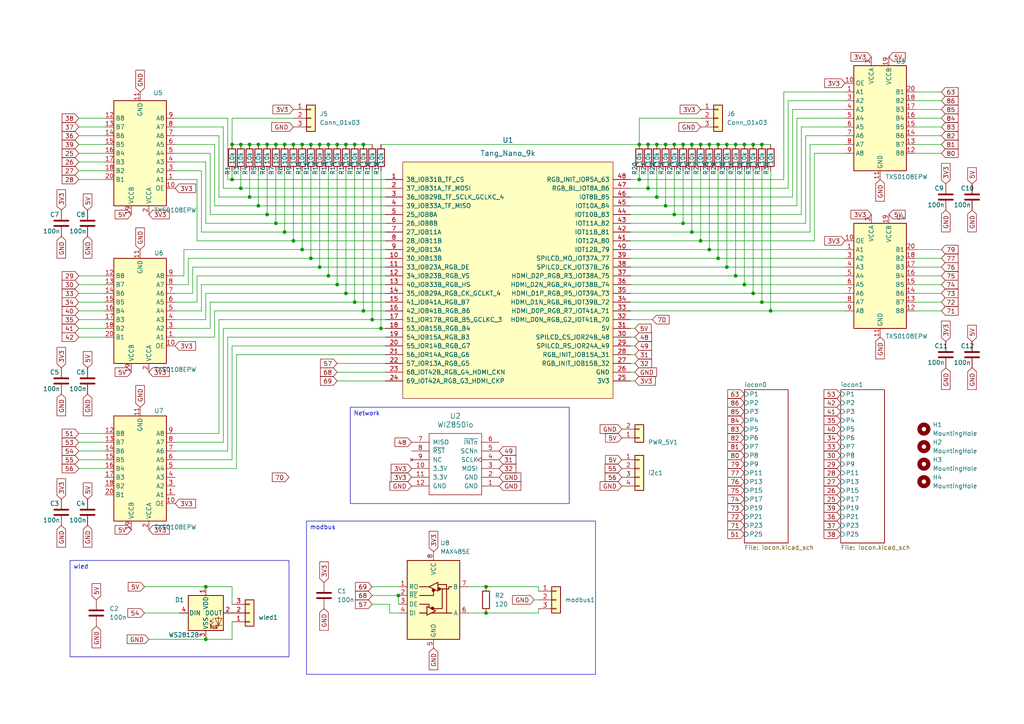
<source format=kicad_sch>
(kicad_sch (version 20231120) (generator "eeschema") (generator_version "8.0")
  (paper "A4")
  (junction (at 205.74 41.91))
  (junction (at 198.12 41.91))
  (junction (at 115.57 172.72))
  (junction (at 218.44 41.91))
  (junction (at 187.96 41.91))
  (junction (at 74.93 41.91))
  (junction (at 220.98 87.63))
  (junction (at 97.79 82.55))
  (junction (at 100.33 41.91))
  (junction (at 82.55 41.91))
  (junction (at 140.97 170.18))
  (junction (at 107.95 92.71))
  (junction (at 193.04 41.91))
  (junction (at 195.58 41.91))
  (junction (at 195.58 62.23))
  (junction (at 210.82 41.91))
  (junction (at 74.93 59.69))
  (junction (at 97.79 41.91))
  (junction (at 82.55 67.31))
  (junction (at 218.44 85.09))
  (junction (at 77.47 62.23))
  (junction (at 105.41 90.17))
  (junction (at 67.31 52.07))
  (junction (at 80.01 64.77))
  (junction (at 87.63 72.39))
  (junction (at 200.66 67.31))
  (junction (at 185.42 41.91))
  (junction (at 80.01 41.91))
  (junction (at 77.47 41.91))
  (junction (at 208.28 74.93))
  (junction (at 213.36 80.01))
  (junction (at 100.33 85.09))
  (junction (at 140.97 177.8))
  (junction (at 213.36 41.91))
  (junction (at 198.12 64.77))
  (junction (at 90.17 74.93))
  (junction (at 208.28 41.91))
  (junction (at 59.69 170.18))
  (junction (at 203.2 41.91))
  (junction (at 72.39 57.15))
  (junction (at 200.66 41.91))
  (junction (at 223.52 90.17))
  (junction (at 87.63 41.91))
  (junction (at 220.98 41.91))
  (junction (at 105.41 41.91))
  (junction (at 102.87 87.63))
  (junction (at 205.74 72.39))
  (junction (at 187.96 54.61))
  (junction (at 210.82 77.47))
  (junction (at 72.39 41.91))
  (junction (at 95.25 41.91))
  (junction (at 190.5 57.15))
  (junction (at 67.31 41.91))
  (junction (at 92.71 41.91))
  (junction (at 59.69 185.42))
  (junction (at 102.87 41.91))
  (junction (at 203.2 69.85))
  (junction (at 185.42 52.07))
  (junction (at 92.71 77.47))
  (junction (at 190.5 41.91))
  (junction (at 90.17 41.91))
  (junction (at 69.85 54.61))
  (junction (at 193.04 59.69))
  (junction (at 85.09 69.85))
  (junction (at 215.9 41.91))
  (junction (at 110.49 95.25))
  (junction (at 85.09 41.91))
  (junction (at 95.25 80.01))
  (junction (at 69.85 41.91))
  (junction (at 215.9 82.55))
  (wire (pts (xy 245.11 26.67) (xy 227.33 26.67)))
  (wire (pts (xy 77.47 41.91) (xy 80.01 41.91)))
  (wire (pts (xy 90.17 74.93) (xy 111.76 74.93)))
  (wire (pts (xy 156.21 170.18) (xy 156.21 171.45)))
  (wire (pts (xy 265.43 41.91) (xy 273.05 41.91)))
  (wire (pts (xy 60.96 44.45) (xy 60.96 62.23)))
  (wire (pts (xy 184.15 95.25) (xy 182.88 95.25)))
  (wire (pts (xy 72.39 49.53) (xy 72.39 57.15)))
  (wire (pts (xy 95.25 41.91) (xy 97.79 41.91)))
  (wire (pts (xy 50.8 92.71) (xy 59.69 92.71)))
  (wire (pts (xy 50.8 46.99) (xy 59.69 46.99)))
  (wire (pts (xy 210.82 41.91) (xy 213.36 41.91)))
  (wire (pts (xy 97.79 82.55) (xy 111.76 82.55)))
  (wire (pts (xy 208.28 74.93) (xy 245.11 74.93)))
  (wire (pts (xy 43.18 185.42) (xy 59.69 185.42)))
  (wire (pts (xy 67.31 170.18) (xy 67.31 175.26)))
  (wire (pts (xy 110.49 41.91) (xy 185.42 41.91)))
  (wire (pts (xy 22.86 36.83) (xy 30.48 36.83)))
  (wire (pts (xy 67.31 52.07) (xy 111.76 52.07)))
  (wire (pts (xy 195.58 62.23) (xy 232.41 62.23)))
  (wire (pts (xy 50.8 44.45) (xy 60.96 44.45)))
  (wire (pts (xy 52.07 177.8) (xy 41.91 177.8)))
  (wire (pts (xy 63.5 57.15) (xy 72.39 57.15)))
  (wire (pts (xy 140.97 177.8) (xy 156.21 177.8)))
  (wire (pts (xy 228.6 29.21) (xy 228.6 54.61)))
  (wire (pts (xy 72.39 41.91) (xy 74.93 41.91)))
  (wire (pts (xy 64.77 95.25) (xy 64.77 128.27)))
  (wire (pts (xy 200.66 41.91) (xy 203.2 41.91)))
  (wire (pts (xy 22.86 34.29) (xy 30.48 34.29)))
  (wire (pts (xy 82.55 41.91) (xy 85.09 41.91)))
  (wire (pts (xy 265.43 26.67) (xy 273.05 26.67)))
  (wire (pts (xy 245.11 39.37) (xy 233.68 39.37)))
  (wire (pts (xy 187.96 41.91) (xy 190.5 41.91)))
  (wire (pts (xy 22.86 97.79) (xy 30.48 97.79)))
  (wire (pts (xy 245.11 29.21) (xy 228.6 29.21)))
  (wire (pts (xy 265.43 72.39) (xy 273.05 72.39)))
  (wire (pts (xy 66.04 52.07) (xy 67.31 52.07)))
  (wire (pts (xy 50.8 130.81) (xy 66.04 130.81)))
  (wire (pts (xy 210.82 49.53) (xy 210.82 77.47)))
  (wire (pts (xy 102.87 49.53) (xy 102.87 87.63)))
  (wire (pts (xy 190.5 41.91) (xy 193.04 41.91)))
  (wire (pts (xy 22.86 44.45) (xy 30.48 44.45)))
  (wire (pts (xy 198.12 49.53) (xy 198.12 64.77)))
  (wire (pts (xy 50.8 82.55) (xy 54.61 82.55)))
  (wire (pts (xy 245.11 41.91) (xy 234.95 41.91)))
  (wire (pts (xy 265.43 29.21) (xy 273.05 29.21)))
  (wire (pts (xy 185.42 49.53) (xy 185.42 52.07)))
  (wire (pts (xy 80.01 41.91) (xy 82.55 41.91)))
  (wire (pts (xy 182.88 74.93) (xy 208.28 74.93)))
  (wire (pts (xy 215.9 49.53) (xy 215.9 82.55)))
  (wire (pts (xy 50.8 125.73) (xy 63.5 125.73)))
  (wire (pts (xy 140.97 170.18) (xy 156.21 170.18)))
  (wire (pts (xy 22.86 49.53) (xy 30.48 49.53)))
  (wire (pts (xy 62.23 97.79) (xy 62.23 90.17)))
  (wire (pts (xy 184.15 100.33) (xy 182.88 100.33)))
  (wire (pts (xy 100.33 41.91) (xy 102.87 41.91)))
  (wire (pts (xy 67.31 180.34) (xy 67.31 185.42)))
  (wire (pts (xy 210.82 77.47) (xy 245.11 77.47)))
  (wire (pts (xy 223.52 49.53) (xy 223.52 90.17)))
  (wire (pts (xy 58.42 49.53) (xy 58.42 67.31)))
  (wire (pts (xy 234.95 41.91) (xy 234.95 67.31)))
  (wire (pts (xy 156.21 176.53) (xy 156.21 177.8)))
  (wire (pts (xy 265.43 82.55) (xy 273.05 82.55)))
  (wire (pts (xy 203.2 49.53) (xy 203.2 69.85)))
  (wire (pts (xy 80.01 49.53) (xy 80.01 64.77)))
  (wire (pts (xy 97.79 105.41) (xy 111.76 105.41)))
  (wire (pts (xy 22.86 41.91) (xy 30.48 41.91)))
  (wire (pts (xy 54.61 74.93) (xy 90.17 74.93)))
  (wire (pts (xy 54.61 82.55) (xy 54.61 74.93)))
  (wire (pts (xy 182.88 82.55) (xy 215.9 82.55)))
  (wire (pts (xy 67.31 49.53) (xy 67.31 52.07)))
  (wire (pts (xy 85.09 41.91) (xy 87.63 41.91)))
  (wire (pts (xy 66.04 34.29) (xy 66.04 52.07)))
  (wire (pts (xy 55.88 77.47) (xy 92.71 77.47)))
  (wire (pts (xy 105.41 41.91) (xy 107.95 41.91)))
  (wire (pts (xy 97.79 41.91) (xy 100.33 41.91)))
  (wire (pts (xy 50.8 52.07) (xy 57.15 52.07)))
  (wire (pts (xy 105.41 49.53) (xy 105.41 90.17)))
  (wire (pts (xy 67.31 34.29) (xy 67.31 41.91)))
  (wire (pts (xy 229.87 31.75) (xy 229.87 57.15)))
  (wire (pts (xy 58.42 90.17) (xy 58.42 82.55)))
  (wire (pts (xy 265.43 34.29) (xy 273.05 34.29)))
  (wire (pts (xy 182.88 52.07) (xy 185.42 52.07)))
  (wire (pts (xy 218.44 41.91) (xy 220.98 41.91)))
  (wire (pts (xy 203.2 34.29) (xy 185.42 34.29)))
  (wire (pts (xy 111.76 102.87) (xy 68.58 102.87)))
  (wire (pts (xy 213.36 80.01) (xy 245.11 80.01)))
  (wire (pts (xy 63.5 92.71) (xy 107.95 92.71)))
  (wire (pts (xy 57.15 87.63) (xy 57.15 80.01)))
  (wire (pts (xy 265.43 85.09) (xy 273.05 85.09)))
  (wire (pts (xy 58.42 67.31) (xy 82.55 67.31)))
  (wire (pts (xy 265.43 80.01) (xy 273.05 80.01)))
  (wire (pts (xy 67.31 100.33) (xy 111.76 100.33)))
  (wire (pts (xy 193.04 49.53) (xy 193.04 59.69)))
  (wire (pts (xy 22.86 125.73) (xy 30.48 125.73)))
  (wire (pts (xy 265.43 74.93) (xy 273.05 74.93)))
  (wire (pts (xy 236.22 44.45) (xy 236.22 69.85)))
  (wire (pts (xy 203.2 69.85) (xy 236.22 69.85)))
  (wire (pts (xy 64.77 36.83) (xy 64.77 54.61)))
  (wire (pts (xy 220.98 41.91) (xy 223.52 41.91)))
  (wire (pts (xy 200.66 67.31) (xy 234.95 67.31)))
  (wire (pts (xy 50.8 87.63) (xy 57.15 87.63)))
  (wire (pts (xy 198.12 64.77) (xy 233.68 64.77)))
  (wire (pts (xy 22.86 46.99) (xy 30.48 46.99)))
  (wire (pts (xy 215.9 82.55) (xy 245.11 82.55)))
  (wire (pts (xy 245.11 36.83) (xy 232.41 36.83)))
  (wire (pts (xy 182.88 69.85) (xy 203.2 69.85)))
  (wire (pts (xy 68.58 135.89) (xy 50.8 135.89)))
  (wire (pts (xy 22.86 130.81) (xy 30.48 130.81)))
  (wire (pts (xy 55.88 85.09) (xy 55.88 77.47)))
  (wire (pts (xy 107.95 49.53) (xy 107.95 92.71)))
  (wire (pts (xy 69.85 41.91) (xy 72.39 41.91)))
  (wire (pts (xy 53.34 72.39) (xy 87.63 72.39)))
  (wire (pts (xy 22.86 92.71) (xy 30.48 92.71)))
  (wire (pts (xy 195.58 41.91) (xy 198.12 41.91)))
  (wire (pts (xy 82.55 67.31) (xy 111.76 67.31)))
  (wire (pts (xy 100.33 85.09) (xy 111.76 85.09)))
  (wire (pts (xy 182.88 110.49) (xy 184.15 110.49)))
  (wire (pts (xy 22.86 39.37) (xy 30.48 39.37)))
  (wire (pts (xy 205.74 72.39) (xy 245.11 72.39)))
  (wire (pts (xy 95.25 80.01) (xy 111.76 80.01)))
  (wire (pts (xy 22.86 82.55) (xy 30.48 82.55)))
  (wire (pts (xy 245.11 34.29) (xy 231.14 34.29)))
  (wire (pts (xy 182.88 67.31) (xy 200.66 67.31)))
  (wire (pts (xy 22.86 52.07) (xy 30.48 52.07)))
  (wire (pts (xy 208.28 41.91) (xy 210.82 41.91)))
  (wire (pts (xy 182.88 62.23) (xy 195.58 62.23)))
  (wire (pts (xy 190.5 49.53) (xy 190.5 57.15)))
  (wire (pts (xy 182.88 64.77) (xy 198.12 64.77)))
  (wire (pts (xy 227.33 26.67) (xy 227.33 52.07)))
  (wire (pts (xy 213.36 49.53) (xy 213.36 80.01)))
  (wire (pts (xy 185.42 34.29) (xy 185.42 41.91)))
  (wire (pts (xy 22.86 87.63) (xy 30.48 87.63)))
  (wire (pts (xy 215.9 41.91) (xy 218.44 41.91)))
  (wire (pts (xy 107.95 170.18) (xy 115.57 170.18)))
  (wire (pts (xy 184.15 97.79) (xy 182.88 97.79)))
  (wire (pts (xy 67.31 185.42) (xy 59.69 185.42)))
  (wire (pts (xy 50.8 41.91) (xy 62.23 41.91)))
  (wire (pts (xy 57.15 80.01) (xy 95.25 80.01)))
  (wire (pts (xy 182.88 54.61) (xy 187.96 54.61)))
  (wire (pts (xy 193.04 41.91) (xy 195.58 41.91)))
  (wire (pts (xy 85.09 34.29) (xy 67.31 34.29)))
  (wire (pts (xy 59.69 92.71) (xy 59.69 85.09)))
  (wire (pts (xy 185.42 41.91) (xy 187.96 41.91)))
  (wire (pts (xy 22.86 85.09) (xy 30.48 85.09)))
  (wire (pts (xy 184.15 105.41) (xy 182.88 105.41)))
  (wire (pts (xy 156.21 173.99) (xy 154.94 173.99)))
  (wire (pts (xy 77.47 49.53) (xy 77.47 62.23)))
  (wire (pts (xy 100.33 49.53) (xy 100.33 85.09)))
  (wire (pts (xy 22.86 133.35) (xy 30.48 133.35)))
  (wire (pts (xy 50.8 85.09) (xy 55.88 85.09)))
  (wire (pts (xy 92.71 77.47) (xy 111.76 77.47)))
  (wire (pts (xy 97.79 49.53) (xy 97.79 82.55)))
  (wire (pts (xy 265.43 87.63) (xy 273.05 87.63)))
  (wire (pts (xy 22.86 135.89) (xy 30.48 135.89)))
  (wire (pts (xy 67.31 41.91) (xy 69.85 41.91)))
  (wire (pts (xy 64.77 54.61) (xy 69.85 54.61)))
  (wire (pts (xy 220.98 49.53) (xy 220.98 87.63)))
  (wire (pts (xy 53.34 80.01) (xy 53.34 72.39)))
  (wire (pts (xy 110.49 49.53) (xy 110.49 95.25)))
  (wire (pts (xy 87.63 72.39) (xy 111.76 72.39)))
  (wire (pts (xy 22.86 128.27) (xy 30.48 128.27)))
  (wire (pts (xy 68.58 102.87) (xy 68.58 135.89)))
  (wire (pts (xy 187.96 49.53) (xy 187.96 54.61)))
  (wire (pts (xy 50.8 80.01) (xy 53.34 80.01)))
  (wire (pts (xy 82.55 49.53) (xy 82.55 67.31)))
  (wire (pts (xy 22.86 90.17) (xy 30.48 90.17)))
  (wire (pts (xy 187.96 54.61) (xy 228.6 54.61)))
  (wire (pts (xy 182.88 59.69) (xy 193.04 59.69)))
  (wire (pts (xy 90.17 49.53) (xy 90.17 74.93)))
  (wire (pts (xy 60.96 62.23) (xy 77.47 62.23)))
  (wire (pts (xy 85.09 69.85) (xy 111.76 69.85)))
  (wire (pts (xy 74.93 49.53) (xy 74.93 59.69)))
  (wire (pts (xy 115.57 172.72) (xy 115.57 175.26)))
  (wire (pts (xy 92.71 49.53) (xy 92.71 77.47)))
  (wire (pts (xy 60.96 95.25) (xy 60.96 87.63)))
  (wire (pts (xy 57.15 69.85) (xy 85.09 69.85)))
  (wire (pts (xy 74.93 59.69) (xy 111.76 59.69)))
  (wire (pts (xy 107.95 92.71) (xy 111.76 92.71)))
  (wire (pts (xy 87.63 41.91) (xy 90.17 41.91)))
  (wire (pts (xy 218.44 85.09) (xy 245.11 85.09)))
  (wire (pts (xy 102.87 41.91) (xy 105.41 41.91)))
  (wire (pts (xy 200.66 49.53) (xy 200.66 67.31)))
  (wire (pts (xy 62.23 41.91) (xy 62.23 59.69)))
  (wire (pts (xy 63.5 92.71) (xy 63.5 125.73)))
  (wire (pts (xy 184.15 102.87) (xy 182.88 102.87)))
  (wire (pts (xy 185.42 52.07) (xy 227.33 52.07)))
  (wire (pts (xy 50.8 36.83) (xy 64.77 36.83)))
  (wire (pts (xy 77.47 62.23) (xy 111.76 62.23)))
  (wire (pts (xy 105.41 90.17) (xy 111.76 90.17)))
  (wire (pts (xy 182.88 90.17) (xy 223.52 90.17)))
  (wire (pts (xy 184.15 107.95) (xy 182.88 107.95)))
  (wire (pts (xy 190.5 57.15) (xy 229.87 57.15)))
  (wire (pts (xy 218.44 49.53) (xy 218.44 85.09)))
  (wire (pts (xy 107.95 172.72) (xy 115.57 172.72)))
  (wire (pts (xy 74.93 41.91) (xy 77.47 41.91)))
  (wire (pts (xy 193.04 59.69) (xy 231.14 59.69)))
  (wire (pts (xy 95.25 49.53) (xy 95.25 80.01)))
  (wire (pts (xy 198.12 41.91) (xy 200.66 41.91)))
  (wire (pts (xy 50.8 97.79) (xy 62.23 97.79)))
  (wire (pts (xy 102.87 87.63) (xy 111.76 87.63)))
  (wire (pts (xy 66.04 97.79) (xy 111.76 97.79)))
  (wire (pts (xy 72.39 57.15) (xy 111.76 57.15)))
  (wire (pts (xy 182.88 57.15) (xy 190.5 57.15)))
  (wire (pts (xy 69.85 49.53) (xy 69.85 54.61)))
  (wire (pts (xy 265.43 36.83) (xy 273.05 36.83)))
  (wire (pts (xy 59.69 46.99) (xy 59.69 64.77)))
  (wire (pts (xy 59.69 170.18) (xy 67.31 170.18)))
  (wire (pts (xy 22.86 95.25) (xy 30.48 95.25)))
  (wire (pts (xy 232.41 36.83) (xy 232.41 62.23)))
  (wire (pts (xy 67.31 100.33) (xy 67.31 133.35)))
  (wire (pts (xy 135.89 170.18) (xy 140.97 170.18)))
  (wire (pts (xy 66.04 97.79) (xy 66.04 130.81)))
  (wire (pts (xy 63.5 39.37) (xy 63.5 57.15)))
  (wire (pts (xy 80.01 64.77) (xy 111.76 64.77)))
  (wire (pts (xy 22.86 80.01) (xy 30.48 80.01)))
  (wire (pts (xy 231.14 34.29) (xy 231.14 59.69)))
  (wire (pts (xy 223.52 90.17) (xy 245.11 90.17)))
  (wire (pts (xy 69.85 54.61) (xy 111.76 54.61)))
  (wire (pts (xy 245.11 31.75) (xy 229.87 31.75)))
  (wire (pts (xy 97.79 110.49) (xy 111.76 110.49)))
  (wire (pts (xy 195.58 49.53) (xy 195.58 62.23)))
  (wire (pts (xy 41.91 170.18) (xy 59.69 170.18)))
  (wire (pts (xy 265.43 90.17) (xy 273.05 90.17)))
  (wire (pts (xy 213.36 41.91) (xy 215.9 41.91)))
  (wire (pts (xy 273.05 44.45) (xy 265.43 44.45)))
  (wire (pts (xy 233.68 39.37) (xy 233.68 64.77)))
  (wire (pts (xy 50.8 49.53) (xy 58.42 49.53)))
  (wire (pts (xy 113.03 177.8) (xy 113.03 175.26)))
  (wire (pts (xy 50.8 95.25) (xy 60.96 95.25)))
  (wire (pts (xy 87.63 49.53) (xy 87.63 72.39)))
  (wire (pts (xy 64.77 95.25) (xy 110.49 95.25)))
  (wire (pts (xy 245.11 44.45) (xy 236.22 44.45)))
  (wire (pts (xy 265.43 77.47) (xy 273.05 77.47)))
  (wire (pts (xy 182.88 72.39) (xy 205.74 72.39)))
  (wire (pts (xy 58.42 82.55) (xy 97.79 82.55)))
  (wire (pts (xy 110.49 95.25) (xy 111.76 95.25)))
  (wire (pts (xy 90.17 41.91) (xy 92.71 41.91)))
  (wire (pts (xy 57.15 52.07) (xy 57.15 69.85)))
  (wire (pts (xy 50.8 39.37) (xy 63.5 39.37)))
  (wire (pts (xy 265.43 39.37) (xy 273.05 39.37)))
  (wire (pts (xy 203.2 41.91) (xy 205.74 41.91)))
  (wire (pts (xy 62.23 90.17) (xy 105.41 90.17)))
  (wire (pts (xy 208.28 49.53) (xy 208.28 74.93)))
  (wire (pts (xy 64.77 128.27) (xy 50.8 128.27)))
  (wire (pts (xy 115.57 177.8) (xy 113.03 177.8)))
  (wire (pts (xy 59.69 85.09) (xy 100.33 85.09)))
  (wire (pts (xy 182.88 80.01) (xy 213.36 80.01)))
  (wire (pts (xy 182.88 77.47) (xy 210.82 77.47)))
  (wire (pts (xy 182.88 85.09) (xy 218.44 85.09)))
  (wire (pts (xy 62.23 59.69) (xy 74.93 59.69)))
  (wire (pts (xy 50.8 90.17) (xy 58.42 90.17)))
  (wire (pts (xy 60.96 87.63) (xy 102.87 87.63)))
  (wire (pts (xy 205.74 49.53) (xy 205.74 72.39)))
  (wire (pts (xy 97.79 107.95) (xy 111.76 107.95)))
  (wire (pts (xy 265.43 31.75) (xy 273.05 31.75)))
  (wire (pts (xy 67.31 133.35) (xy 50.8 133.35)))
  (wire (pts (xy 107.95 175.26) (xy 113.03 175.26)))
  (wire (pts (xy 50.8 34.29) (xy 66.04 34.29)))
  (wire (pts (xy 85.09 49.53) (xy 85.09 69.85)))
  (wire (pts (xy 189.23 92.71) (xy 182.88 92.71)))
  (wire (pts (xy 182.88 87.63) (xy 220.98 87.63)))
  (wire (pts (xy 92.71 41.91) (xy 95.25 41.91)))
  (wire (pts (xy 205.74 41.91) (xy 208.28 41.91)))
  (wire (pts (xy 135.89 177.8) (xy 140.97 177.8)))
  (wire (pts (xy 59.69 64.77) (xy 80.01 64.77)))
  (wire (pts (xy 220.98 87.63) (xy 245.11 87.63)))
  (text_box "modbus" (at 88.9 151.13 0) (size 83.82 44.45) (effects (font (size 1.27 1.27)) (justify left top)))
  (text_box "wled" (at 20.32 162.56 0) (size 63.5 27.94) (effects (font (size 1.27 1.27)) (justify left top)))
  (text_box "Network" (at 101.6 118.11 0) (size 63.5 27.94) (effects (font (size 1.27 1.27)) (justify left top)))
  (global_label "3V3" (shape input) (at 50.8 54.61 0) (property "Intersheetrefs" "${INTERSHEET_REFS}" (effects (hide yes))))
  (global_label "51" (shape input) (at 215.9 154.94 180) (property "Intersheetrefs" "${INTERSHEET_REFS}" (effects (hide yes))))
  (global_label "34" (shape input) (at 243.84 127 180) (property "Intersheetrefs" "${INTERSHEET_REFS}" (effects (hide yes))))
  (global_label "42" (shape input) (at 243.84 116.84 180) (property "Intersheetrefs" "${INTERSHEET_REFS}" (effects (hide yes))))
  (global_label "56" (shape input) (at 180.34 138.43 180) (property "Intersheetrefs" "${INTERSHEET_REFS}" (effects (hide yes))))
  (global_label "29" (shape input) (at 243.84 134.62 180) (property "Intersheetrefs" "${INTERSHEET_REFS}" (effects (hide yes))))
  (global_label "3V3" (shape input) (at 17.78 106.68 90) (property "Intersheetrefs" "${INTERSHEET_REFS}" (effects (hide yes))))
  (global_label "GND" (shape input) (at 184.15 107.95 0) (property "Intersheetrefs" "${INTERSHEET_REFS}" (effects (hide yes))))
  (global_label "3V3" (shape input) (at 43.18 62.23 0) (property "Intersheetrefs" "${INTERSHEET_REFS}" (effects (hide yes))))
  (global_label "3V3" (shape input) (at 17.78 144.78 90) (property "Intersheetrefs" "${INTERSHEET_REFS}" (effects (hide yes))))
  (global_label "GND" (shape input) (at 85.09 36.83 180) (property "Intersheetrefs" "${INTERSHEET_REFS}" (effects (hide yes))))
  (global_label "3V3" (shape input) (at 252.73 62.23 180) (property "Intersheetrefs" "${INTERSHEET_REFS}" (effects (hide yes))))
  (global_label "GND" (shape input) (at 17.78 68.58 270) (property "Intersheetrefs" "${INTERSHEET_REFS}" (effects (hide yes))))
  (global_label "74" (shape input) (at 215.9 144.78 180) (property "Intersheetrefs" "${INTERSHEET_REFS}" (effects (hide yes))))
  (global_label "33" (shape input) (at 243.84 129.54 180) (property "Intersheetrefs" "${INTERSHEET_REFS}" (effects (hide yes))))
  (global_label "82" (shape input) (at 215.9 127 180) (property "Intersheetrefs" "${INTERSHEET_REFS}" (effects (hide yes))))
  (global_label "74" (shape input) (at 273.05 82.55 0) (property "Intersheetrefs" "${INTERSHEET_REFS}" (effects (hide yes))))
  (global_label "37" (shape input) (at 22.86 36.83 180) (property "Intersheetrefs" "${INTERSHEET_REFS}" (effects (hide yes))))
  (global_label "70" (shape input) (at 83.82 138.43 180) (property "Intersheetrefs" "${INTERSHEET_REFS}" (effects (hide yes))))
  (global_label "69" (shape input) (at 107.95 170.18 180) (property "Intersheetrefs" "${INTERSHEET_REFS}" (effects (hide yes))))
  (global_label "3V3" (shape input) (at 125.73 160.02 90) (property "Intersheetrefs" "${INTERSHEET_REFS}" (effects (hide yes))))
  (global_label "71" (shape input) (at 215.9 152.4 180) (property "Intersheetrefs" "${INTERSHEET_REFS}" (effects (hide yes))))
  (global_label "5V" (shape input) (at 41.91 170.18 180) (property "Intersheetrefs" "${INTERSHEET_REFS}" (effects (hide yes))))
  (global_label "37" (shape input) (at 243.84 152.4 180) (property "Intersheetrefs" "${INTERSHEET_REFS}" (effects (hide yes))))
  (global_label "82" (shape input) (at 273.05 39.37 0) (property "Intersheetrefs" "${INTERSHEET_REFS}" (effects (hide yes))))
  (global_label "3V3" (shape input) (at 119.38 138.43 180) (property "Intersheetrefs" "${INTERSHEET_REFS}" (effects (hide yes))))
  (global_label "41" (shape input) (at 22.86 95.25 180) (property "Intersheetrefs" "${INTERSHEET_REFS}" (effects (hide yes))))
  (global_label "3V3" (shape input) (at 43.18 153.67 0) (property "Intersheetrefs" "${INTERSHEET_REFS}" (effects (hide yes))))
  (global_label "29" (shape input) (at 22.86 80.01 180) (property "Intersheetrefs" "${INTERSHEET_REFS}" (effects (hide yes))))
  (global_label "57" (shape input) (at 107.95 175.26 180) (property "Intersheetrefs" "${INTERSHEET_REFS}" (effects (hide yes))))
  (global_label "39" (shape input) (at 22.86 41.91 180) (property "Intersheetrefs" "${INTERSHEET_REFS}" (effects (hide yes))))
  (global_label "GND" (shape input) (at 40.64 72.39 90) (property "Intersheetrefs" "${INTERSHEET_REFS}" (effects (hide yes))))
  (global_label "3V3" (shape input) (at 93.98 168.91 90) (property "Intersheetrefs" "${INTERSHEET_REFS}" (effects (hide yes))))
  (global_label "GND" (shape input) (at 154.94 173.99 180) (property "Intersheetrefs" "${INTERSHEET_REFS}" (effects (hide yes))))
  (global_label "84" (shape input) (at 273.05 34.29 0) (property "Intersheetrefs" "${INTERSHEET_REFS}" (effects (hide yes))))
  (global_label "83" (shape input) (at 215.9 124.46 180) (property "Intersheetrefs" "${INTERSHEET_REFS}" (effects (hide yes))))
  (global_label "49" (shape input) (at 184.15 100.33 0) (property "Intersheetrefs" "${INTERSHEET_REFS}" (effects (hide yes))))
  (global_label "28" (shape input) (at 22.86 52.07 180) (property "Intersheetrefs" "${INTERSHEET_REFS}" (effects (hide yes))))
  (global_label "69" (shape input) (at 97.79 110.49 180) (property "Intersheetrefs" "${INTERSHEET_REFS}" (effects (hide yes))))
  (global_label "27" (shape input) (at 243.84 139.7 180) (property "Intersheetrefs" "${INTERSHEET_REFS}" (effects (hide yes))))
  (global_label "51" (shape input) (at 22.86 125.73 180) (property "Intersheetrefs" "${INTERSHEET_REFS}" (effects (hide yes))))
  (global_label "79" (shape input) (at 273.05 72.39 0) (property "Intersheetrefs" "${INTERSHEET_REFS}" (effects (hide yes))))
  (global_label "GND" (shape input) (at 40.64 118.11 90) (property "Intersheetrefs" "${INTERSHEET_REFS}" (effects (hide yes))))
  (global_label "40" (shape input) (at 22.86 90.17 180) (property "Intersheetrefs" "${INTERSHEET_REFS}" (effects (hide yes))))
  (global_label "3V3" (shape input) (at 50.8 146.05 0) (property "Intersheetrefs" "${INTERSHEET_REFS}" (effects (hide yes))))
  (global_label "85" (shape input) (at 215.9 119.38 180) (property "Intersheetrefs" "${INTERSHEET_REFS}" (effects (hide yes))))
  (global_label "27" (shape input) (at 22.86 49.53 180) (property "Intersheetrefs" "${INTERSHEET_REFS}" (effects (hide yes))))
  (global_label "28" (shape input) (at 243.84 137.16 180) (property "Intersheetrefs" "${INTERSHEET_REFS}" (effects (hide yes))))
  (global_label "35" (shape input) (at 22.86 92.71 180) (property "Intersheetrefs" "${INTERSHEET_REFS}" (effects (hide yes))))
  (global_label "68" (shape input) (at 97.79 107.95 180) (property "Intersheetrefs" "${INTERSHEET_REFS}" (effects (hide yes))))
  (global_label "84" (shape input) (at 215.9 121.92 180) (property "Intersheetrefs" "${INTERSHEET_REFS}" (effects (hide yes))))
  (global_label "54" (shape input) (at 41.91 177.8 180) (property "Intersheetrefs" "${INTERSHEET_REFS}" (effects (hide yes))))
  (global_label "26" (shape input) (at 243.84 142.24 180) (property "Intersheetrefs" "${INTERSHEET_REFS}" (effects (hide yes))))
  (global_label "3V3" (shape input) (at 252.73 16.51 180) (property "Intersheetrefs" "${INTERSHEET_REFS}" (effects (hide yes))))
  (global_label "3V3" (shape input) (at 274.32 99.06 90) (property "Intersheetrefs" "${INTERSHEET_REFS}" (effects (hide yes))))
  (global_label "73" (shape input) (at 215.9 147.32 180) (property "Intersheetrefs" "${INTERSHEET_REFS}" (effects (hide yes))))
  (global_label "GND" (shape input) (at 255.27 52.07 270) (property "Intersheetrefs" "${INTERSHEET_REFS}" (effects (hide yes))))
  (global_label "68" (shape input) (at 107.95 172.72 180) (property "Intersheetrefs" "${INTERSHEET_REFS}" (effects (hide yes))))
  (global_label "56" (shape input) (at 22.86 135.89 180) (property "Intersheetrefs" "${INTERSHEET_REFS}" (effects (hide yes))))
  (global_label "3V3" (shape input) (at 43.18 107.95 0) (property "Intersheetrefs" "${INTERSHEET_REFS}" (effects (hide yes))))
  (global_label "86" (shape input) (at 273.05 29.21 0) (property "Intersheetrefs" "${INTERSHEET_REFS}" (effects (hide yes))))
  (global_label "5V" (shape input) (at 184.15 95.25 0) (property "Intersheetrefs" "${INTERSHEET_REFS}" (effects (hide yes))))
  (global_label "5V" (shape input) (at 38.1 62.23 180) (property "Intersheetrefs" "${INTERSHEET_REFS}" (effects (hide yes))))
  (global_label "3V3" (shape input) (at 274.32 53.34 90) (property "Intersheetrefs" "${INTERSHEET_REFS}" (effects (hide yes))))
  (global_label "32" (shape input) (at 184.15 105.41 0) (property "Intersheetrefs" "${INTERSHEET_REFS}" (effects (hide yes))))
  (global_label "5V" (shape input) (at 281.94 53.34 90) (property "Intersheetrefs" "${INTERSHEET_REFS}" (effects (hide yes))))
  (global_label "38" (shape input) (at 243.84 154.94 180) (property "Intersheetrefs" "${INTERSHEET_REFS}" (effects (hide yes))))
  (global_label "GND" (shape input) (at 180.34 124.46 180) (property "Intersheetrefs" "${INTERSHEET_REFS}" (effects (hide yes))))
  (global_label "39" (shape input) (at 243.84 147.32 180) (property "Intersheetrefs" "${INTERSHEET_REFS}" (effects (hide yes))))
  (global_label "36" (shape input) (at 22.86 39.37 180) (property "Intersheetrefs" "${INTERSHEET_REFS}" (effects (hide yes))))
  (global_label "GND" (shape input) (at 125.73 187.96 270) (property "Intersheetrefs" "${INTERSHEET_REFS}" (effects (hide yes))))
  (global_label "34" (shape input) (at 22.86 87.63 180) (property "Intersheetrefs" "${INTERSHEET_REFS}" (effects (hide yes))))
  (global_label "48" (shape input) (at 184.15 97.79 0) (property "Intersheetrefs" "${INTERSHEET_REFS}" (effects (hide yes))))
  (global_label "77" (shape input) (at 273.05 74.93 0) (property "Intersheetrefs" "${INTERSHEET_REFS}" (effects (hide yes))))
  (global_label "3V3" (shape input) (at 17.78 60.96 90) (property "Intersheetrefs" "${INTERSHEET_REFS}" (effects (hide yes))))
  (global_label "GND" (shape input) (at 281.94 60.96 270) (property "Intersheetrefs" "${INTERSHEET_REFS}" (effects (hide yes))))
  (global_label "53" (shape input) (at 22.86 128.27 180) (property "Intersheetrefs" "${INTERSHEET_REFS}" (effects (hide yes))))
  (global_label "42" (shape input) (at 22.86 97.79 180) (property "Intersheetrefs" "${INTERSHEET_REFS}" (effects (hide yes))))
  (global_label "38" (shape input) (at 22.86 34.29 180) (property "Intersheetrefs" "${INTERSHEET_REFS}" (effects (hide yes))))
  (global_label "GND" (shape input) (at 93.98 176.53 270) (property "Intersheetrefs" "${INTERSHEET_REFS}" (effects (hide yes))))
  (global_label "83" (shape input) (at 273.05 36.83 0) (property "Intersheetrefs" "${INTERSHEET_REFS}" (effects (hide yes))))
  (global_label "GND" (shape input) (at 25.4 68.58 270) (property "Intersheetrefs" "${INTERSHEET_REFS}" (effects (hide yes))))
  (global_label "63" (shape input) (at 273.05 26.67 0) (property "Intersheetrefs" "${INTERSHEET_REFS}" (effects (hide yes))))
  (global_label "76" (shape input) (at 215.9 139.7 180) (property "Intersheetrefs" "${INTERSHEET_REFS}" (effects (hide yes))))
  (global_label "79" (shape input) (at 215.9 134.62 180) (property "Intersheetrefs" "${INTERSHEET_REFS}" (effects (hide yes))))
  (global_label "5V" (shape input) (at 257.81 62.23 0) (property "Intersheetrefs" "${INTERSHEET_REFS}" (effects (hide yes))))
  (global_label "5V" (shape input) (at 281.94 99.06 90) (property "Intersheetrefs" "${INTERSHEET_REFS}" (effects (hide yes))))
  (global_label "5V" (shape input) (at 180.34 133.35 180) (property "Intersheetrefs" "${INTERSHEET_REFS}" (effects (hide yes))))
  (global_label "86" (shape input) (at 215.9 116.84 180) (property "Intersheetrefs" "${INTERSHEET_REFS}" (effects (hide yes))))
  (global_label "73" (shape input) (at 273.05 85.09 0) (property "Intersheetrefs" "${INTERSHEET_REFS}" (effects (hide yes))))
  (global_label "81" (shape input) (at 215.9 129.54 180) (property "Intersheetrefs" "${INTERSHEET_REFS}" (effects (hide yes))))
  (global_label "71" (shape input) (at 273.05 90.17 0) (property "Intersheetrefs" "${INTERSHEET_REFS}" (effects (hide yes))))
  (global_label "25" (shape input) (at 243.84 144.78 180) (property "Intersheetrefs" "${INTERSHEET_REFS}" (effects (hide yes))))
  (global_label "54" (shape input) (at 22.86 130.81 180) (property "Intersheetrefs" "${INTERSHEET_REFS}" (effects (hide yes))))
  (global_label "GND" (shape input) (at 180.34 140.97 180) (property "Intersheetrefs" "${INTERSHEET_REFS}" (effects (hide yes))))
  (global_label "36" (shape input) (at 243.84 149.86 180) (property "Intersheetrefs" "${INTERSHEET_REFS}" (effects (hide yes))))
  (global_label "31" (shape input) (at 184.15 102.87 0) (property "Intersheetrefs" "${INTERSHEET_REFS}" (effects (hide yes))))
  (global_label "3V3" (shape input) (at 203.2 31.75 180) (property "Intersheetrefs" "${INTERSHEET_REFS}" (effects (hide yes))))
  (global_label "5V" (shape input) (at 27.94 173.99 90) (property "Intersheetrefs" "${INTERSHEET_REFS}" (effects (hide yes))))
  (global_label "72" (shape input) (at 273.05 87.63 0) (property "Intersheetrefs" "${INTERSHEET_REFS}" (effects (hide yes))))
  (global_label "55" (shape input) (at 22.86 133.35 180) (property "Intersheetrefs" "${INTERSHEET_REFS}" (effects (hide yes))))
  (global_label "GND" (shape input) (at 144.78 138.43 0) (property "Intersheetrefs" "${INTERSHEET_REFS}" (effects (hide yes))))
  (global_label "GND" (shape input) (at 40.64 26.67 90) (property "Intersheetrefs" "${INTERSHEET_REFS}" (effects (hide yes))))
  (global_label "76" (shape input) (at 273.05 77.47 0) (property "Intersheetrefs" "${INTERSHEET_REFS}" (effects (hide yes))))
  (global_label "5V" (shape input) (at 38.1 107.95 180) (property "Intersheetrefs" "${INTERSHEET_REFS}" (effects (hide yes))))
  (global_label "55" (shape input) (at 180.34 135.89 180) (property "Intersheetrefs" "${INTERSHEET_REFS}" (effects (hide yes))))
  (global_label "57" (shape input) (at 97.79 105.41 180) (property "Intersheetrefs" "${INTERSHEET_REFS}" (effects (hide yes))))
  (global_label "77" (shape input) (at 215.9 137.16 180) (property "Intersheetrefs" "${INTERSHEET_REFS}" (effects (hide yes))))
  (global_label "3V3" (shape input) (at 119.38 135.89 180) (property "Intersheetrefs" "${INTERSHEET_REFS}" (effects (hide yes))))
  (global_label "41" (shape input) (at 243.84 119.38 180) (property "Intersheetrefs" "${INTERSHEET_REFS}" (effects (hide yes))))
  (global_label "85" (shape input) (at 273.05 31.75 0) (property "Intersheetrefs" "${INTERSHEET_REFS}" (effects (hide yes))))
  (global_label "3V3" (shape input) (at 245.11 24.13 180) (property "Intersheetrefs" "${INTERSHEET_REFS}" (effects (hide yes))))
  (global_label "70" (shape input) (at 189.23 92.71 0) (property "Intersheetrefs" "${INTERSHEET_REFS}" (effects (hide yes))))
  (global_label "GND" (shape input) (at 43.18 185.42 180) (property "Intersheetrefs" "${INTERSHEET_REFS}" (effects (hide yes))))
  (global_label "25" (shape input) (at 22.86 44.45 180) (property "Intersheetrefs" "${INTERSHEET_REFS}" (effects (hide yes))))
  (global_label "GND" (shape input) (at 281.94 106.68 270) (property "Intersheetrefs" "${INTERSHEET_REFS}" (effects (hide yes))))
  (global_label "3V3" (shape input) (at 184.15 110.49 0) (property "Intersheetrefs" "${INTERSHEET_REFS}" (effects (hide yes))))
  (global_label "80" (shape input) (at 273.05 44.45 0) (property "Intersheetrefs" "${INTERSHEET_REFS}" (effects (hide yes))))
  (global_label "5V" (shape input) (at 25.4 144.78 90) (property "Intersheetrefs" "${INTERSHEET_REFS}" (effects (hide yes))))
  (global_label "75" (shape input) (at 273.05 80.01 0) (property "Intersheetrefs" "${INTERSHEET_REFS}" (effects (hide yes))))
  (global_label "5V" (shape input) (at 180.34 127 180) (property "Intersheetrefs" "${INTERSHEET_REFS}" (effects (hide yes))))
  (global_label "53" (shape input) (at 243.84 114.3 180) (property "Intersheetrefs" "${INTERSHEET_REFS}" (effects (hide yes))))
  (global_label "GND" (shape input) (at 274.32 106.68 270) (property "Intersheetrefs" "${INTERSHEET_REFS}" (effects (hide yes))))
  (global_label "26" (shape input) (at 22.86 46.99 180) (property "Intersheetrefs" "${INTERSHEET_REFS}" (effects (hide yes))))
  (global_label "80" (shape input) (at 215.9 132.08 180) (property "Intersheetrefs" "${INTERSHEET_REFS}" (effects (hide yes))))
  (global_label "72" (shape input) (at 215.9 149.86 180) (property "Intersheetrefs" "${INTERSHEET_REFS}" (effects (hide yes))))
  (global_label "GND" (shape input) (at 25.4 152.4 270) (property "Intersheetrefs" "${INTERSHEET_REFS}" (effects (hide yes))))
  (global_label "GND" (shape input) (at 274.32 60.96 270) (property "Intersheetrefs" "${INTERSHEET_REFS}" (effects (hide yes))))
  (global_label "3V3" (shape input) (at 50.8 100.33 0) (property "Intersheetrefs" "${INTERSHEET_REFS}" (effects (hide yes))))
  (global_label "3V3" (shape input) (at 85.09 31.75 180) (property "Intersheetrefs" "${INTERSHEET_REFS}" (effects (hide yes))))
  (global_label "30" (shape input) (at 243.84 132.08 180) (property "Intersheetrefs" "${INTERSHEET_REFS}" (effects (hide yes))))
  (global_label "5V" (shape input) (at 25.4 60.96 90) (property "Intersheetrefs" "${INTERSHEET_REFS}" (effects (hide yes))))
  (global_label "GND" (shape input) (at 203.2 36.83 180) (property "Intersheetrefs" "${INTERSHEET_REFS}" (effects (hide yes))))
  (global_label "81" (shape input) (at 273.05 41.91 0) (property "Intersheetrefs" "${INTERSHEET_REFS}" (effects (hide yes))))
  (global_label "5V" (shape input) (at 38.1 153.67 180) (property "Intersheetrefs" "${INTERSHEET_REFS}" (effects (hide yes))))
  (global_label "GND" (shape input) (at 119.38 140.97 180) (property "Intersheetrefs" "${INTERSHEET_REFS}" (effects (hide yes))))
  (global_label "35" (shape input) (at 243.84 121.92 180) (property "Intersheetrefs" "${INTERSHEET_REFS}" (effects (hide yes))))
  (global_label "GND" (shape input) (at 25.4 114.3 270) (property "Intersheetrefs" "${INTERSHEET_REFS}" (effects (hide yes))))
  (global_label "31" (shape input) (at 144.78 133.35 0) (property "Intersheetrefs" "${INTERSHEET_REFS}" (effects (hide yes))))
  (global_label "63" (shape input) (at 215.9 114.3 180) (property "Intersheetrefs" "${INTERSHEET_REFS}" (effects (hide yes))))
  (global_label "GND" (shape input) (at 27.94 181.61 270) (property "Intersheetrefs" "${INTERSHEET_REFS}" (effects (hide yes))))
  (global_label "40" (shape input) (at 243.84 124.46 180) (property "Intersheetrefs" "${INTERSHEET_REFS}" (effects (hide yes))))
  (global_label "48" (shape input) (at 119.38 128.27 180) (property "Intersheetrefs" "${INTERSHEET_REFS}" (effects (hide yes))))
  (global_label "75" (shape input) (at 215.9 142.24 180) (property "Intersheetrefs" "${INTERSHEET_REFS}" (effects (hide yes))))
  (global_label "5V" (shape input) (at 257.81 16.51 0) (property "Intersheetrefs" "${INTERSHEET_REFS}" (effects (hide yes))))
  (global_label "30" (shape input) (at 22.86 82.55 180) (property "Intersheetrefs" "${INTERSHEET_REFS}" (effects (hide yes))))
  (global_label "33" (shape input) (at 22.86 85.09 180) (property "Intersheetrefs" "${INTERSHEET_REFS}" (effects (hide yes))))
  (global_label "3V3" (shape input) (at 245.11 69.85 180) (property "Intersheetrefs" "${INTERSHEET_REFS}" (effects (hide yes))))
  (global_label "GND" (shape input) (at 17.78 152.4 270) (property "Intersheetrefs" "${INTERSHEET_REFS}" (effects (hide yes))))
  (global_label "GND" (shape input) (at 144.78 140.97 0) (property "Intersheetrefs" "${INTERSHEET_REFS}" (effects (hide yes))))
  (global_label "GND" (shape input) (at 17.78 114.3 270) (property "Intersheetrefs" "${INTERSHEET_REFS}" (effects (hide yes))))
  (global_label "5V" (shape input) (at 25.4 106.68 90) (property "Intersheetrefs" "${INTERSHEET_REFS}" (effects (hide yes))))
  (global_label "GND" (shape input) (at 255.27 97.79 270) (property "Intersheetrefs" "${INTERSHEET_REFS}" (effects (hide yes))))
  (global_label "32" (shape input) (at 144.78 135.89 0) (property "Intersheetrefs" "${INTERSHEET_REFS}" (effects (hide yes))))
  (global_label "49" (shape input) (at 144.78 130.81 0) (property "Intersheetrefs" "${INTERSHEET_REFS}" (effects (hide yes))))
  (symbol (lib_id "Connector_Generic:Conn_01x02") (at 185.42 127 0) (mirror x) (unit 1)
    (property "Reference" "PWR_5V1" (at 187.96 128.27 0) (effects (justify left)))
    (property "Value" "Conn_01x03" (effects (hide yes)))
    (property "Footprint" "Connector_JST:JST_XH_B2B-XH-A_1x02_P2.50mm_Vertical" (effects (hide yes)))
    (property "Description" "Generic connector, single row, 01x02, script generated (kicad-library-utils/schlib/autogen/connector/)" (effects (hide yes)))
  )
  (symbol (lib_id "Device:C") (at 93.98 172.72 0) (unit 1)
    (property "Reference" "C1" (at 97.79 171.45 0) (effects (justify left)))
    (property "Value" "100n" (at 97.79 173.99 0) (effects (justify left)))
    (property "Footprint" "Capacitor_SMD:C_1206_3216Metric" (effects (hide yes)))
  )
  (symbol (lib_id "Device:R") (at 220.98 45.72 180) (unit 1)
    (property "Reference" "R34" (at 219.71 50.8 90) (effects (justify right)))
    (property "Value" "10k" (at 220.98 47.752 90) (effects (justify right)))
    (property "Footprint" "Resistor_SMD:R_1206_3216Metric" (effects (hide yes)))
  )
  (symbol (lib_id "Device:R") (at 185.42 45.72 180) (unit 1)
    (property "Reference" "R20" (at 184.15 50.8 90) (effects (justify right)))
    (property "Value" "10k" (at 185.42 47.752 90) (effects (justify right)))
    (property "Footprint" "Resistor_SMD:R_1206_3216Metric" (effects (hide yes)))
  )
  (symbol (lib_id "Device:R") (at 92.71 45.72 180) (unit 1)
    (property "Reference" "R12" (at 91.44 50.8 90) (effects (justify right)))
    (property "Value" "10k" (at 92.71 47.752 90) (effects (justify right)))
    (property "Footprint" "Resistor_SMD:R_1206_3216Metric" (effects (hide yes)))
  )
  (symbol (lib_id "Device:R") (at 74.93 45.72 180) (unit 1)
    (property "Reference" "R5" (at 73.66 50.8 90) (effects (justify right)))
    (property "Value" "10k" (at 74.93 47.752 90) (effects (justify right)))
    (property "Footprint" "Resistor_SMD:R_1206_3216Metric" (effects (hide yes)))
  )
  (symbol (lib_id "Device:C") (at 274.32 57.15 0) (unit 1)
    (property "Reference" "C9" (at 271.018 54.61 0) (effects (justify left)))
    (property "Value" "100n" (at 268.986 59.436 0) (effects (justify left)))
    (property "Footprint" "Capacitor_SMD:C_1206_3216Metric" (effects (hide yes)))
  )
  (symbol (lib_id "Device:R") (at 110.49 45.72 180) (unit 1)
    (property "Reference" "R19" (at 109.22 50.8 90) (effects (justify right)))
    (property "Value" "10k" (at 110.49 47.752 90) (effects (justify right)))
    (property "Footprint" "Resistor_SMD:R_1206_3216Metric" (effects (hide yes)))
  )
  (symbol (lib_id "Mechanical:MountingHole") (at 267.97 134.62 0) (unit 1) (exclude_from_sim yes) (in_bom no)
    (property "Reference" "H3" (at 270.51 133.3499 0) (effects (justify left)))
    (property "Value" "MountingHole" (at 270.51 135.8899 0) (effects (justify left)))
    (property "Footprint" "MountingHole:MountingHole_3.2mm_M3_DIN965" (effects (hide yes)))
    (property "Description" "Mounting Hole without connection" (effects (hide yes)))
  )
  (symbol (lib_id "Connector_Generic:Conn_01x03") (at 161.29 173.99 0) (unit 1)
    (property "Reference" "modbus1" (at 163.83 173.9899 0) (effects (justify left)))
    (property "Value" "Conn_01x03" (effects (hide yes)))
    (property "Footprint" "Connector_JST:JST_XH_B3B-XH-A_1x03_P2.50mm_Vertical" (effects (hide yes)))
  )
  (symbol (lib_id "Device:R") (at 193.04 45.72 180) (unit 1)
    (property "Reference" "R23" (at 191.77 50.8 90) (effects (justify right)))
    (property "Value" "10k" (at 193.04 47.752 90) (effects (justify right)))
    (property "Footprint" "Resistor_SMD:R_1206_3216Metric" (effects (hide yes)))
  )
  (symbol (lib_id "Device:R") (at 85.09 45.72 180) (unit 1)
    (property "Reference" "R9" (at 83.82 50.8 90) (effects (justify right)))
    (property "Value" "10k" (at 85.09 47.752 90) (effects (justify right)))
    (property "Footprint" "Resistor_SMD:R_1206_3216Metric" (effects (hide yes)))
  )
  (symbol (lib_id "Device:R") (at 67.31 45.72 180) (unit 1)
    (property "Reference" "R1" (at 66.04 50.8 90) (effects (justify right)))
    (property "Value" "10k" (at 67.31 47.752 90) (effects (justify right)))
    (property "Footprint" "Resistor_SMD:R_1206_3216Metric" (effects (hide yes)))
  )
  (symbol (lib_id "Device:C") (at 17.78 64.77 0) (unit 1)
    (property "Reference" "C7" (at 14.478 62.23 0) (effects (justify left)))
    (property "Value" "100n" (at 12.446 67.056 0) (effects (justify left)))
    (property "Footprint" "Capacitor_SMD:C_1206_3216Metric" (effects (hide yes)))
  )
  (symbol (lib_id "Device:C") (at 27.94 177.8 0) (unit 1)
    (property "Reference" "C2" (at 31.75 176.53 0) (effects (justify left)))
    (property "Value" "100n" (at 31.75 179.07 0) (effects (justify left)))
    (property "Footprint" "Capacitor_SMD:C_1206_3216Metric" (effects (hide yes)))
  )
  (symbol (lib_id "Device:C") (at 17.78 110.49 0) (unit 1)
    (property "Reference" "C5" (at 14.478 107.95 0) (effects (justify left)))
    (property "Value" "100n" (at 12.446 112.776 0) (effects (justify left)))
    (property "Footprint" "Capacitor_SMD:C_1206_3216Metric" (effects (hide yes)))
  )
  (symbol (lib_id "Mechanical:MountingHole") (at 267.97 139.7 0) (unit 1) (exclude_from_sim yes) (in_bom no)
    (property "Reference" "H4" (at 270.51 138.4299 0) (effects (justify left)))
    (property "Value" "MountingHole" (at 270.51 140.9699 0) (effects (justify left)))
    (property "Footprint" "MountingHole:MountingHole_3.2mm_M3_DIN965" (effects (hide yes)))
    (property "Description" "Mounting Hole without connection" (effects (hide yes)))
  )
  (symbol (lib_id "Device:C") (at 25.4 110.49 0) (unit 1)
    (property "Reference" "C6" (at 22.098 107.95 0) (effects (justify left)))
    (property "Value" "100n" (at 20.066 112.776 0) (effects (justify left)))
    (property "Footprint" "Capacitor_SMD:C_1206_3216Metric" (effects (hide yes)))
  )
  (symbol (lib_id "Device:R") (at 200.66 45.72 180) (unit 1)
    (property "Reference" "R26" (at 199.39 50.8 90) (effects (justify right)))
    (property "Value" "10k" (at 200.66 47.752 90) (effects (justify right)))
    (property "Footprint" "Resistor_SMD:R_1206_3216Metric" (effects (hide yes)))
  )
  (symbol (lib_id "Device:C") (at 17.78 148.59 0) (unit 1)
    (property "Reference" "C3" (at 14.478 146.05 0) (effects (justify left)))
    (property "Value" "100n" (at 12.446 150.876 0) (effects (justify left)))
    (property "Footprint" "Capacitor_SMD:C_1206_3216Metric" (effects (hide yes)))
  )
  (symbol (lib_id "Device:R") (at 198.12 45.72 180) (unit 1)
    (property "Reference" "R25" (at 196.85 50.8 90) (effects (justify right)))
    (property "Value" "10k" (at 198.12 47.752 90) (effects (justify right)))
    (property "Footprint" "Resistor_SMD:R_1206_3216Metric" (effects (hide yes)))
  )
  (symbol (lib_id "Device:R") (at 77.47 45.72 180) (unit 1)
    (property "Reference" "R6" (at 76.2 50.8 90) (effects (justify right)))
    (property "Value" "10k" (at 77.47 47.752 90) (effects (justify right)))
    (property "Footprint" "Resistor_SMD:R_1206_3216Metric" (effects (hide yes)))
  )
  (symbol (lib_id "LED:WS2812B") (at 59.69 177.8 0) (unit 1)
    (property "Reference" "D1" (at 52.07 173.99 0))
    (property "Value" "WS2812B" (at 53.34 184.15 0))
    (property "Footprint" "LED_SMD:LED_WS2812B_PLCC4_5.0x5.0mm_P3.2mm" (effects (hide yes)))
    (property "Datasheet" "https://cdn-shop.adafruit.com/datasheets/WS2812B.pdf" (effects (hide yes)))
  )
  (symbol (lib_id "Device:R") (at 90.17 45.72 180) (unit 1)
    (property "Reference" "R11" (at 88.9 50.8 90) (effects (justify right)))
    (property "Value" "10k" (at 90.17 47.752 90) (effects (justify right)))
    (property "Footprint" "Resistor_SMD:R_1206_3216Metric" (effects (hide yes)))
  )
  (symbol (lib_id "Connector_Generic:Conn_01x03") (at 72.39 177.8 0) (mirror x) (unit 1)
    (property "Reference" "wled1" (at 74.93 179.07 0) (effects (justify left)))
    (property "Value" "Conn_01x03" (effects (hide yes)))
    (property "Footprint" "Connector_JST:JST_XH_B3B-XH-A_1x03_P2.50mm_Vertical" (effects (hide yes)))
  )
  (symbol (lib_id "Device:R") (at 105.41 45.72 180) (unit 1)
    (property "Reference" "R17" (at 104.14 50.8 90) (effects (justify right)))
    (property "Value" "10k" (at 105.41 47.752 90) (effects (justify right)))
    (property "Footprint" "Resistor_SMD:R_1206_3216Metric" (effects (hide yes)))
  )
  (symbol (lib_id "Interface_UART:MAX485E") (at 125.73 172.72 0) (unit 1)
    (property "Reference" "U8" (at 127.6859 157.48 0) (effects (justify left)))
    (property "Value" "MAX485E" (at 127.6859 160.02 0) (effects (justify left)))
    (property "Footprint" "Package_SO:Diodes_SO-8EP" (effects (hide yes)))
    (property "Datasheet" "https://datasheets.maximintegrated.com/en/ds/MAX1487E-MAX491E.pdf" (effects (hide yes)))
  )
  (symbol (lib_id "Device:R") (at 195.58 45.72 180) (unit 1)
    (property "Reference" "R24" (at 194.31 50.8 90) (effects (justify right)))
    (property "Value" "10k" (at 195.58 47.752 90) (effects (justify right)))
    (property "Footprint" "Resistor_SMD:R_1206_3216Metric" (effects (hide yes)))
  )
  (symbol (lib_id "Device:R") (at 223.52 45.72 180) (unit 1)
    (property "Reference" "R35" (at 222.25 50.8 90) (effects (justify right)))
    (property "Value" "10k" (at 223.52 47.752 90) (effects (justify right)))
    (property "Footprint" "Resistor_SMD:R_1206_3216Metric" (effects (hide yes)))
  )
  (symbol (lib_id "Device:R") (at 95.25 45.72 180) (unit 1)
    (property "Reference" "R13" (at 93.98 50.8 90) (effects (justify right)))
    (property "Value" "10k" (at 95.25 47.752 90) (effects (justify right)))
    (property "Footprint" "Resistor_SMD:R_1206_3216Metric" (effects (hide yes)))
  )
  (symbol (lib_id "Connector_Generic:Conn_01x03") (at 90.17 34.29 0) (unit 1)
    (property "Reference" "J5" (at 92.71 33.0199 0) (effects (justify left)))
    (property "Value" "Conn_01x03" (at 92.71 35.5599 0) (effects (justify left)))
    (property "Footprint" "Connector_PinHeader_2.54mm:PinHeader_1x03_P2.54mm_Vertical" (effects (hide yes)))
    (property "Description" "Generic connector, single row, 01x03, script generated (kicad-library-utils/schlib/autogen/connector/)" (effects (hide yes)))
  )
  (symbol (lib_id "Device:R") (at 208.28 45.72 180) (unit 1)
    (property "Reference" "R29" (at 207.01 50.8 90) (effects (justify right)))
    (property "Value" "10k" (at 208.28 47.752 90) (effects (justify right)))
    (property "Footprint" "Resistor_SMD:R_1206_3216Metric" (effects (hide yes)))
  )
  (symbol (lib_id "Device:R") (at 187.96 45.72 180) (unit 1)
    (property "Reference" "R21" (at 186.69 50.8 90) (effects (justify right)))
    (property "Value" "10k" (at 187.96 47.752 90) (effects (justify right)))
    (property "Footprint" "Resistor_SMD:R_1206_3216Metric" (effects (hide yes)))
  )
  (symbol (lib_id "Device:C") (at 274.32 102.87 0) (unit 1)
    (property "Reference" "C11" (at 271.018 100.33 0) (effects (justify left)))
    (property "Value" "100n" (at 268.986 105.156 0) (effects (justify left)))
    (property "Footprint" "Capacitor_SMD:C_1206_3216Metric" (effects (hide yes)))
  )
  (symbol (lib_id "Logic_LevelTranslator:TXS0108EPW") (at 255.27 80.01 0) (unit 1)
    (property "Reference" "U4" (at 259.842 62.992 0) (effects (justify left)))
    (property "Value" "TXS0108EPW" (at 256.794 97.536 0) (effects (justify left)))
    (property "Footprint" "Package_SO:TSSOP-20_4.4x6.5mm_P0.65mm" (effects (hide yes)))
    (property "Datasheet" "www.ti.com/lit/ds/symlink/txs0108e.pdf" (effects (hide yes)))
    (property "Description" "Bidirectional  level-shifting voltage translator, TSSOP-20" (effects (hide yes)))
  )
  (symbol (lib_id "Device:R") (at 205.74 45.72 180) (unit 1)
    (property "Reference" "R28" (at 204.724 50.8 90) (effects (justify right)))
    (property "Value" "10k" (at 205.74 47.752 90) (effects (justify right)))
    (property "Footprint" "Resistor_SMD:R_1206_3216Metric" (effects (hide yes)))
  )
  (symbol (lib_id "Device:R") (at 140.97 173.99 180) (unit 1)
    (property "Reference" "R2" (at 143.51 172.72 0) (effects (justify right)))
    (property "Value" "120" (at 143.51 175.26 0) (effects (justify right)))
    (property "Footprint" "Resistor_SMD:R_1206_3216Metric" (effects (hide yes)))
  )
  (symbol (lib_id "Connector_Generic:Conn_01x03") (at 208.28 34.29 0) (unit 1)
    (property "Reference" "J6" (at 210.82 33.0199 0) (effects (justify left)))
    (property "Value" "Conn_01x03" (at 210.82 35.5599 0) (effects (justify left)))
    (property "Footprint" "Connector_PinHeader_2.54mm:PinHeader_1x03_P2.54mm_Vertical" (effects (hide yes)))
    (property "Description" "Generic connector, single row, 01x03, script generated (kicad-library-utils/schlib/autogen/connector/)" (effects (hide yes)))
  )
  (symbol (lib_id "Device:C") (at 25.4 148.59 0) (unit 1)
    (property "Reference" "C4" (at 22.098 146.05 0) (effects (justify left)))
    (property "Value" "100n" (at 20.066 150.876 0) (effects (justify left)))
    (property "Footprint" "Capacitor_SMD:C_1206_3216Metric" (effects (hide yes)))
  )
  (symbol (lib_id "Device:R") (at 215.9 45.72 180) (unit 1)
    (property "Reference" "R32" (at 214.63 50.8 90) (effects (justify right)))
    (property "Value" "10k" (at 215.9 47.752 90) (effects (justify right)))
    (property "Footprint" "Resistor_SMD:R_1206_3216Metric" (effects (hide yes)))
  )
  (symbol (lib_id "Device:R") (at 100.33 45.72 180) (unit 1)
    (property "Reference" "R15" (at 99.06 50.8 90) (effects (justify right)))
    (property "Value" "10k" (at 100.33 47.752 90) (effects (justify right)))
    (property "Footprint" "Resistor_SMD:R_1206_3216Metric" (effects (hide yes)))
  )
  (symbol (lib_id "Device:R") (at 97.79 45.72 180) (unit 1)
    (property "Reference" "R14" (at 96.52 50.8 90) (effects (justify right)))
    (property "Value" "10k" (at 97.79 47.752 90) (effects (justify right)))
    (property "Footprint" "Resistor_SMD:R_1206_3216Metric" (effects (hide yes)))
  )
  (symbol (lib_id "Logic_LevelTranslator:TXS0108EPW") (at 40.64 44.45 180) (unit 1)
    (property "Reference" "U5" (at 44.45 26.924 0) (effects (justify right)))
    (property "Value" "TXS0108EPW" (at 44.704 60.96 0) (effects (justify right)))
    (property "Footprint" "Package_SO:TSSOP-20_4.4x6.5mm_P0.65mm" (effects (hide yes)))
    (property "Datasheet" "www.ti.com/lit/ds/symlink/txs0108e.pdf" (effects (hide yes)))
    (property "Description" "Bidirectional  level-shifting voltage translator, TSSOP-20" (effects (hide yes)))
  )
  (symbol (lib_id "Device:R") (at 107.95 45.72 180) (unit 1)
    (property "Reference" "R18" (at 106.68 50.8 90) (effects (justify right)))
    (property "Value" "10k" (at 107.95 47.752 90) (effects (justify right)))
    (property "Footprint" "Resistor_SMD:R_1206_3216Metric" (effects (hide yes)))
  )
  (symbol (lib_id "Device:R") (at 213.36 45.72 180) (unit 1)
    (property "Reference" "R31" (at 212.09 50.8 90) (effects (justify right)))
    (property "Value" "10k" (at 213.36 47.752 90) (effects (justify right)))
    (property "Footprint" "Resistor_SMD:R_1206_3216Metric" (effects (hide yes)))
  )
  (symbol (lib_id "Device:R") (at 80.01 45.72 180) (unit 1)
    (property "Reference" "R7" (at 78.74 50.8 90) (effects (justify right)))
    (property "Value" "10k" (at 80.01 47.752 90) (effects (justify right)))
    (property "Footprint" "Resistor_SMD:R_1206_3216Metric" (effects (hide yes)))
  )
  (symbol (lib_id "Mi_libreria:Tang_Nano_9k") (at 147.32 80.01 0) (unit 1)
    (property "Reference" "U1" (at 147.32 40.64 0) (effects (font (size 1.4986 1.4986))))
    (property "Value" "Tang_Nano_9k" (at 147.32 44.45 0) (effects (font (size 1.4986 1.4986))))
    (property "Footprint" "Mis_huellas:Tang_Nano_9k" (effects (hide yes)))
  )
  (symbol (lib_id "Device:R") (at 82.55 45.72 180) (unit 1)
    (property "Reference" "R8" (at 81.28 50.8 90) (effects (justify right)))
    (property "Value" "10k" (at 82.55 47.752 90) (effects (justify right)))
    (property "Footprint" "Resistor_SMD:R_1206_3216Metric" (effects (hide yes)))
  )
  (symbol (lib_id "Device:R") (at 102.87 45.72 180) (unit 1)
    (property "Reference" "R16" (at 101.6 50.8 90) (effects (justify right)))
    (property "Value" "10k" (at 102.87 47.752 90) (effects (justify right)))
    (property "Footprint" "Resistor_SMD:R_1206_3216Metric" (effects (hide yes)))
  )
  (symbol (lib_id "Device:R") (at 87.63 45.72 180) (unit 1)
    (property "Reference" "R10" (at 86.614 50.8 90) (effects (justify right)))
    (property "Value" "10k" (at 87.63 47.752 90) (effects (justify right)))
    (property "Footprint" "Resistor_SMD:R_1206_3216Metric" (effects (hide yes)))
  )
  (symbol (lib_id "Device:C") (at 281.94 57.15 0) (unit 1)
    (property "Reference" "C10" (at 278.638 54.61 0) (effects (justify left)))
    (property "Value" "100n" (at 276.606 59.436 0) (effects (justify left)))
    (property "Footprint" "Capacitor_SMD:C_1206_3216Metric" (effects (hide yes)))
  )
  (symbol (lib_id "Device:R") (at 190.5 45.72 180) (unit 1)
    (property "Reference" "R22" (at 189.23 50.8 90) (effects (justify right)))
    (property "Value" "10k" (at 190.5 47.752 90) (effects (justify right)))
    (property "Footprint" "Resistor_SMD:R_1206_3216Metric" (effects (hide yes)))
  )
  (symbol (lib_id "Device:R") (at 72.39 45.72 180) (unit 1)
    (property "Reference" "R4" (at 71.12 50.8 90) (effects (justify right)))
    (property "Value" "10k" (at 72.39 47.752 90) (effects (justify right)))
    (property "Footprint" "Resistor_SMD:R_1206_3216Metric" (effects (hide yes)))
  )
  (symbol (lib_id "Device:R") (at 69.85 45.72 180) (unit 1)
    (property "Reference" "R3" (at 68.58 50.8 90) (effects (justify right)))
    (property "Value" "10k" (at 69.85 47.752 90) (effects (justify right)))
    (property "Footprint" "Resistor_SMD:R_1206_3216Metric" (effects (hide yes)))
  )
  (symbol (lib_id "Logic_LevelTranslator:TXS0108EPW") (at 255.27 34.29 0) (unit 1)
    (property "Reference" "U3" (at 259.842 17.78 0) (effects (justify left)))
    (property "Value" "TXS0108EPW" (at 256.794 51.308 0) (effects (justify left)))
    (property "Footprint" "Package_SO:TSSOP-20_4.4x6.5mm_P0.65mm" (effects (hide yes)))
    (property "Datasheet" "www.ti.com/lit/ds/symlink/txs0108e.pdf" (effects (hide yes)))
    (property "Description" "Bidirectional  level-shifting voltage translator, TSSOP-20" (effects (hide yes)))
  )
  (symbol (lib_id "Logic_LevelTranslator:TXS0108EPW") (at 40.64 90.17 180) (unit 1)
    (property "Reference" "U6" (at 44.704 73.406 0) (effects (justify right)))
    (property "Value" "TXS0108EPW" (at 44.704 107.188 0) (effects (justify right)))
    (property "Footprint" "Package_SO:TSSOP-20_4.4x6.5mm_P0.65mm" (effects (hide yes)))
    (property "Datasheet" "www.ti.com/lit/ds/symlink/txs0108e.pdf" (effects (hide yes)))
    (property "Description" "Bidirectional  level-shifting voltage translator, TSSOP-20" (effects (hide yes)))
  )
  (symbol (lib_id "Device:C") (at 25.4 64.77 0) (unit 1)
    (property "Reference" "C8" (at 22.098 62.23 0) (effects (justify left)))
    (property "Value" "100n" (at 20.066 67.056 0) (effects (justify left)))
    (property "Footprint" "Capacitor_SMD:C_1206_3216Metric" (effects (hide yes)))
  )
  (symbol (lib_id "Connector_Generic:Conn_01x04") (at 185.42 135.89 0) (unit 1)
    (property "Reference" "i2c1" (at 187.96 137.1599 0) (effects (justify left)))
    (property "Value" "Conn_01x03" (effects (hide yes)))
    (property "Footprint" "Connector_JST:JST_XH_B4B-XH-A_1x04_P2.50mm_Vertical" (effects (hide yes)))
    (property "Description" "Generic connector, single row, 01x04, script generated (kicad-library-utils/schlib/autogen/connector/)" (effects (hide yes)))
  )
  (symbol (lib_id "Device:R") (at 203.2 45.72 180) (unit 1)
    (property "Reference" "R27" (at 201.93 50.8 90) (effects (justify right)))
    (property "Value" "10k" (at 203.2 47.752 90) (effects (justify right)))
    (property "Footprint" "Resistor_SMD:R_1206_3216Metric" (effects (hide yes)))
  )
  (symbol (lib_id "WIZ850io:WIZ850io") (at 132.08 134.62 180) (unit 1)
    (property "Reference" "U2" (at 132.08 120.65 0) (effects (font (size 1.524 1.524))))
    (property "Value" "WIZ850io" (at 132.08 123.19 0) (effects (font (size 1.524 1.524))))
    (property "Footprint" "WIZ850io-KiCad-library:WIZ850io" (effects (hide yes)))
  )
  (symbol (lib_id "Mechanical:MountingHole") (at 267.97 124.46 0) (unit 1) (exclude_from_sim yes) (in_bom no)
    (property "Reference" "H1" (at 270.51 123.1899 0) (effects (justify left)))
    (property "Value" "MountingHole" (at 270.51 125.7299 0) (effects (justify left)))
    (property "Footprint" "MountingHole:MountingHole_3.2mm_M3_DIN965" (effects (hide yes)))
    (property "Description" "Mounting Hole without connection" (effects (hide yes)))
  )
  (symbol (lib_id "Device:C") (at 281.94 102.87 0) (unit 1)
    (property "Reference" "C12" (at 278.638 100.33 0) (effects (justify left)))
    (property "Value" "100n" (at 276.606 105.156 0) (effects (justify left)))
    (property "Footprint" "Capacitor_SMD:C_1206_3216Metric" (effects (hide yes)))
  )
  (symbol (lib_id "Device:R") (at 210.82 45.72 180) (unit 1)
    (property "Reference" "R30" (at 209.55 50.8 90) (effects (justify right)))
    (property "Value" "10k" (at 210.82 47.752 90) (effects (justify right)))
    (property "Footprint" "Resistor_SMD:R_1206_3216Metric" (effects (hide yes)))
  )
  (symbol (lib_id "Device:R") (at 218.44 45.72 180) (unit 1)
    (property "Reference" "R33" (at 217.17 50.8 90) (effects (justify right)))
    (property "Value" "10k" (at 218.44 47.752 90) (effects (justify right)))
    (property "Footprint" "Resistor_SMD:R_1206_3216Metric" (effects (hide yes)))
  )
  (symbol (lib_id "Mechanical:MountingHole") (at 267.97 129.54 0) (unit 1) (exclude_from_sim yes) (in_bom no)
    (property "Reference" "H2" (at 270.51 128.2699 0) (effects (justify left)))
    (property "Value" "MountingHole" (at 270.51 130.8099 0) (effects (justify left)))
    (property "Footprint" "MountingHole:MountingHole_3.2mm_M3_DIN965" (effects (hide yes)))
    (property "Description" "Mounting Hole without connection" (effects (hide yes)))
  )
  (symbol (lib_id "Logic_LevelTranslator:TXS0108EPW") (at 40.64 135.89 180) (unit 1)
    (property "Reference" "U7" (at 44.704 119.126 0) (effects (justify right)))
    (property "Value" "TXS0108EPW" (at 44.704 152.908 0) (effects (justify right)))
    (property "Footprint" "Package_SO:TSSOP-20_4.4x6.5mm_P0.65mm" (effects (hide yes)))
    (property "Datasheet" "www.ti.com/lit/ds/symlink/txs0108e.pdf" (effects (hide yes)))
    (property "Description" "Bidirectional  level-shifting voltage translator, TSSOP-20" (effects (hide yes)))
  )
  (sheet (at 243.84 113.03) (size 12.7 44.45) (stroke (width 0.1524))
    (property "Sheetname" "iocon1" (at 243.84 112.3184 0) (effects (justify left bottom)))
    (property "Sheetfile" "iocon.kicad_sch" (at 243.84 158.0646 0) (effects (justify left top)))
    (pin "P8" input (at 243.84 132.08 180))
    (pin "P4" input (at 243.84 121.92 180))
    (pin "P6" input (at 243.84 127 180))
    (pin "P2" input (at 243.84 116.84 180))
    (pin "P1" input (at 243.84 114.3 180))
    (pin "P3" input (at 243.84 119.38 180))
    (pin "P15" input (at 243.84 142.24 180))
    (pin "P17" input (at 243.84 144.78 180))
    (pin "P19" input (at 243.84 147.32 180))
    (pin "P21" input (at 243.84 149.86 180))
    (pin "P23" input (at 243.84 152.4 180))
    (pin "P25" input (at 243.84 154.94 180))
    (pin "P5" input (at 243.84 124.46 180))
    (pin "P7" input (at 243.84 129.54 180))
    (pin "P13" input (at 243.84 139.7 180))
    (pin "P9" input (at 243.84 134.62 180))
    (pin "P11" input (at 243.84 137.16 180))
  )
  (sheet (at 215.9 113.03) (size 12.7 44.45) (stroke (width 0.1524))
    (property "Sheetname" "iocon0" (at 215.9 112.3184 0) (effects (justify left bottom)))
    (property "Sheetfile" "iocon.kicad_sch" (at 215.9 158.0646 0) (effects (justify left top)))
    (pin "P8" input (at 215.9 132.08 180))
    (pin "P4" input (at 215.9 121.92 180))
    (pin "P6" input (at 215.9 127 180))
    (pin "P2" input (at 215.9 116.84 180))
    (pin "P1" input (at 215.9 114.3 180))
    (pin "P3" input (at 215.9 119.38 180))
    (pin "P15" input (at 215.9 142.24 180))
    (pin "P17" input (at 215.9 144.78 180))
    (pin "P19" input (at 215.9 147.32 180))
    (pin "P21" input (at 215.9 149.86 180))
    (pin "P23" input (at 215.9 152.4 180))
    (pin "P25" input (at 215.9 154.94 180))
    (pin "P5" input (at 215.9 124.46 180))
    (pin "P7" input (at 215.9 129.54 180))
    (pin "P13" input (at 215.9 139.7 180))
    (pin "P9" input (at 215.9 134.62 180))
    (pin "P11" input (at 215.9 137.16 180))
  )
)
</source>
